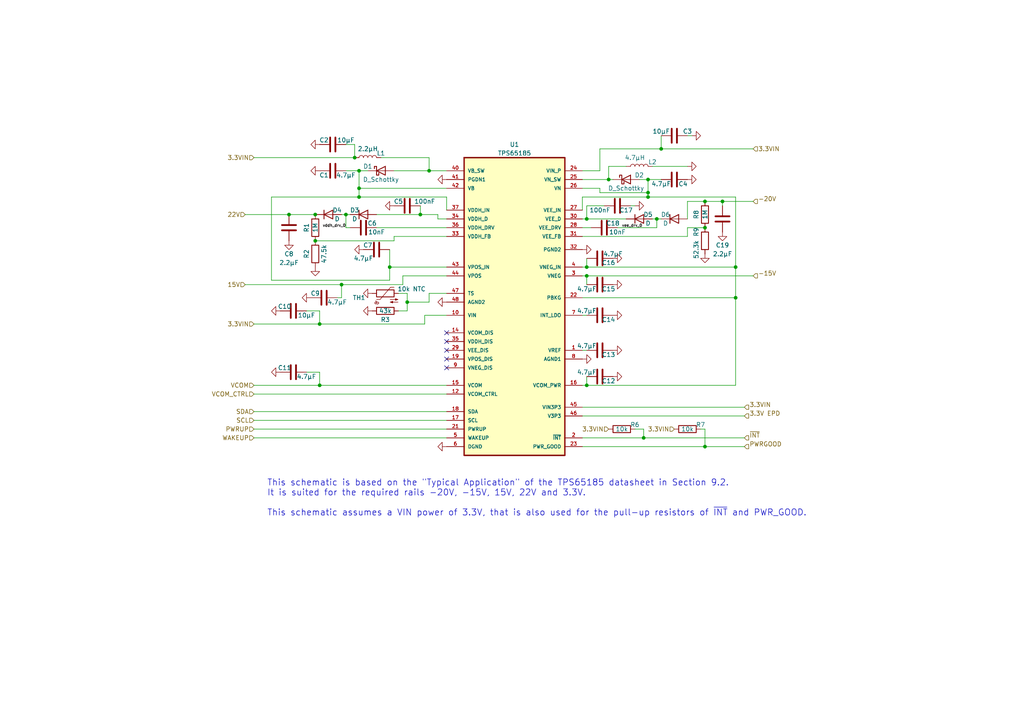
<source format=kicad_sch>
(kicad_sch (version 20230121) (generator eeschema)
  (paper "A4")
  (title_block (rev "0.1"))
  (lib_symbols
    (symbol "Device:C" (pin_numbers hide) (pin_names (offset 0.254))
      (property "Reference" "C" (at 0.635 2.54 0))
      (property "Value" "C" (at 0.635 -2.54 0))
      (symbol "C_0_1"
        (polyline (pts (xy -2.032 -0.762) (xy 2.032 -0.762)) (stroke (width 0.508)))
        (polyline (pts (xy -2.032 0.762) (xy 2.032 0.762)) (stroke (width 0.508)))
      )
      (symbol "C_1_1"
        (pin passive line (at 0 3.81 270) (length 2.794) (name "~") (number "1"))
        (pin passive line (at 0 -3.81 90) (length 2.794) (name "~") (number "2"))
      )
    )
    (symbol "Device:D" (pin_numbers hide) (pin_names (offset 1.016) hide)
      (property "Reference" "D" (at 0 2.54 0))
      (property "Value" "D" (at 0 -2.54 0))
      (symbol "D_0_1"
        (polyline (pts (xy -1.27 1.27) (xy -1.27 -1.27)) (stroke (width 0.254)))
        (polyline (pts (xy 1.27 0) (xy -1.27 0)))
        (polyline (pts (xy 1.27 1.27) (xy 1.27 -1.27) (xy -1.27 0) (xy 1.27 1.27)) (stroke (width 0.254)))
      )
      (symbol "D_1_1"
        (pin passive line (at -3.81 0 0) (length 2.54) (name "K") (number "1"))
        (pin passive line (at 3.81 0 180) (length 2.54) (name "A") (number "2"))
      )
    )
    (symbol "Device:D_Schottky" (pin_numbers hide) (pin_names (offset 1.016) hide)
      (property "Reference" "D" (at 0 2.54 0))
      (property "Value" "D_Schottky" (at 0 -2.54 0))
      (symbol "D_Schottky_0_1"
        (polyline (pts (xy 1.27 0) (xy -1.27 0)))
        (polyline (pts (xy 1.27 1.27) (xy 1.27 -1.27) (xy -1.27 0) (xy 1.27 1.27)) (stroke (width 0.254)))
        (polyline (pts (xy -1.905 0.635) (xy -1.905 1.27) (xy -1.27 1.27) (xy -1.27 -1.27) (xy -0.635 -1.27) (xy -0.635 -0.635)) (stroke (width 0.254)))
      )
      (symbol "D_Schottky_1_1"
        (pin passive line (at -3.81 0 0) (length 2.54) (name "K") (number "1"))
        (pin passive line (at 3.81 0 180) (length 2.54) (name "A") (number "2"))
      )
    )
    (symbol "Device:L" (pin_numbers hide) (pin_names (offset 1.016) hide)
      (property "Reference" "L" (at -1.27 0 90))
      (property "Value" "L" (at 1.905 0 90))
      (symbol "L_0_1"
        (arc (start 0 -2.54) (mid 0.6323 -1.905) (end 0 -1.27))
        (arc (start 0 -1.27) (mid 0.6323 -0.635) (end 0 0))
        (arc (start 0 0) (mid 0.6323 0.635) (end 0 1.27))
        (arc (start 0 1.27) (mid 0.6323 1.905) (end 0 2.54))
      )
      (symbol "L_1_1"
        (pin passive line (at 0 3.81 270) (length 1.27) (name "1") (number "1"))
        (pin passive line (at 0 -3.81 90) (length 1.27) (name "2") (number "2"))
      )
    )
    (symbol "Device:R" (pin_numbers hide) (pin_names (offset 0))
      (property "Reference" "R" (at 2.032 0 90))
      (property "Value" "R" (at 0 0 90))
      (symbol "R_0_1"
        (rectangle (start -1.016 -2.54) (end 1.016 2.54) (stroke (width 0.254)))
      )
      (symbol "R_1_1"
        (pin passive line (at 0 3.81 270) (length 1.27) (name "~") (number "1"))
        (pin passive line (at 0 -3.81 90) (length 1.27) (name "~") (number "2"))
      )
    )
    (symbol "Device:Thermistor_NTC" (pin_numbers hide) (pin_names (offset 0))
      (property "Reference" "TH" (at -4.445 0 90))
      (property "Value" "Thermistor_NTC" (at 3.175 0 90))
      (symbol "Thermistor_NTC_0_1"
        (arc (start -3.048 2.159) (mid -3.0495 2.3143) (end -3.175 2.413))
        (arc (start -3.048 2.159) (mid -2.9736 1.9794) (end -2.794 1.905))
        (arc (start -3.048 2.794) (mid -2.9736 2.6144) (end -2.794 2.54))
        (arc (start -2.794 1.905) (mid -2.6144 1.9794) (end -2.54 2.159))
        (arc (start -2.794 2.54) (mid -2.4393 2.5587) (end -2.159 2.794))
        (arc (start -2.794 3.048) (mid -2.9736 2.9736) (end -3.048 2.794))
        (arc (start -2.54 2.794) (mid -2.6144 2.9736) (end -2.794 3.048))
        (rectangle (start -1.016 2.54) (end 1.016 -2.54) (stroke (width 0.254)))
        (polyline (pts (xy -2.54 2.159) (xy -2.54 2.794)))
        (polyline (pts (xy -1.778 2.54) (xy -1.778 1.524) (xy 1.778 -1.524) (xy 1.778 -2.54)))
        (polyline (pts (xy -2.54 -3.683) (xy -2.54 -1.397) (xy -2.794 -2.159) (xy -2.286 -2.159) (xy -2.54 -1.397) (xy -2.54 -1.651)) (fill (type outline)))
        (polyline (pts (xy -1.778 -1.397) (xy -1.778 -3.683) (xy -2.032 -2.921) (xy -1.524 -2.921) (xy -1.778 -3.683) (xy -1.778 -3.429)) (fill (type outline)))
      )
      (symbol "Thermistor_NTC_1_1"
        (pin passive line (at 0 3.81 270) (length 1.27) (name "~") (number "1"))
        (pin passive line (at 0 -3.81 90) (length 1.27) (name "~") (number "2"))
      )
    )
    (symbol "TPS65185:TPS65185RGZR" (pin_names (offset 1.016))
      (property "Reference" "U" (at -12.7 44.18 0))
      (property "Value" "TPS65185RGZR" (at -12.7 -47.18 0))
      (symbol "TPS65185RGZR_0_0"
        (rectangle (start -12.7 43.18) (end 16.51 -43.18) (stroke (width 0.41)) (fill (type background)))
        (pin output line (at 21.59 -12.7 180) (length 5.08) (name "VREF") (number "1"))
        (pin input line (at -17.78 -2.54 0) (length 5.08) (name "VIN") (number "10"))
        (pin input line (at -17.78 -25.4 0) (length 5.08) (name "VCOM_CTRL") (number "12"))
        (pin input line (at -17.78 -7.62 0) (length 5.08) (name "VCOM_DIS") (number "14"))
        (pin output line (at -17.78 -22.86 0) (length 5.08) (name "VCOM") (number "15"))
        (pin input line (at 21.59 -22.86 180) (length 5.08) (name "VCOM_PWR") (number "16"))
        (pin input line (at -17.78 -33.02 0) (length 5.08) (name "SCL") (number "17"))
        (pin bidirectional line (at -17.78 -30.48 0) (length 5.08) (name "SDA") (number "18"))
        (pin input line (at -17.78 -15.24 0) (length 5.08) (name "VPOS_DIS") (number "19"))
        (pin output line (at 21.59 -38.1 180) (length 5.08) (name "~{INT}") (number "2"))
        (pin input line (at -17.78 -35.56 0) (length 5.08) (name "PWRUP") (number "21"))
        (pin bidirectional line (at 21.59 2.54 180) (length 5.08) (name "PBKG") (number "22"))
        (pin output line (at 21.59 -40.64 180) (length 5.08) (name "PWR_GOOD") (number "23"))
        (pin input line (at 21.59 39.37 180) (length 5.08) (name "VIN_P") (number "24"))
        (pin output line (at 21.59 36.83 180) (length 5.08) (name "VN_SW") (number "25"))
        (pin input line (at 21.59 34.29 180) (length 5.08) (name "VN") (number "26"))
        (pin input line (at 21.59 27.94 180) (length 5.08) (name "VEE_IN") (number "27"))
        (pin output line (at 21.59 22.86 180) (length 5.08) (name "VEE_DRV") (number "28"))
        (pin input line (at -17.78 -12.7 0) (length 5.08) (name "VEE_DIS") (number "29"))
        (pin output line (at 21.59 8.89 180) (length 5.08) (name "VNEG") (number "3"))
        (pin output line (at 21.59 25.4 180) (length 5.08) (name "VEE_D") (number "30"))
        (pin input line (at 21.59 20.32 180) (length 5.08) (name "VEE_FB") (number "31"))
        (pin power_in line (at 21.59 16.51 180) (length 5.08) (name "PGND2") (number "32"))
        (pin input line (at -17.78 20.32 0) (length 5.08) (name "VDDH_FB") (number "33"))
        (pin output line (at -17.78 25.4 0) (length 5.08) (name "VDDH_D") (number "34"))
        (pin input line (at -17.78 -10.16 0) (length 5.08) (name "VDDH_DIS") (number "35"))
        (pin output line (at -17.78 22.86 0) (length 5.08) (name "VDDH_DRV") (number "36"))
        (pin input line (at -17.78 27.94 0) (length 5.08) (name "VDDH_IN") (number "37"))
        (pin input line (at 21.59 11.43 180) (length 5.08) (name "VNEG_IN") (number "4"))
        (pin output line (at -17.78 39.37 0) (length 5.08) (name "VB_SW") (number "40"))
        (pin power_in line (at -17.78 36.83 0) (length 5.08) (name "PGDN1") (number "41"))
        (pin input line (at -17.78 34.29 0) (length 5.08) (name "VB") (number "42"))
        (pin input line (at -17.78 11.43 0) (length 5.08) (name "VPOS_IN") (number "43"))
        (pin output line (at -17.78 8.89 0) (length 5.08) (name "VPOS") (number "44"))
        (pin input line (at 21.59 -29.21 180) (length 5.08) (name "VIN3P3") (number "45"))
        (pin output line (at 21.59 -31.75 180) (length 5.08) (name "V3P3") (number "46"))
        (pin input line (at -17.78 3.81 0) (length 5.08) (name "TS") (number "47"))
        (pin power_in line (at -17.78 1.27 0) (length 5.08) (name "AGND2") (number "48"))
        (pin input line (at -17.78 -38.1 0) (length 5.08) (name "WAKEUP") (number "5"))
        (pin power_in line (at -17.78 -40.64 0) (length 5.08) (name "DGND") (number "6"))
        (pin output line (at 21.59 -2.54 180) (length 5.08) (name "INT_LDO") (number "7"))
        (pin power_in line (at 21.59 -15.24 180) (length 5.08) (name "AGND1") (number "8"))
        (pin output line (at -17.78 -17.78 0) (length 5.08) (name "VNEG_DIS") (number "9"))
      )
    )
    (symbol "power:GND" (power) (pin_names (offset 0))
      (property "Value" "GND" (at 0 -3.81 0))
      (symbol "GND_0_1"
        (polyline (pts (xy 0 0) (xy 0 -1.27) (xy 1.27 -1.27) (xy 0 -2.54) (xy -1.27 -1.27) (xy 0 -1.27)))
      )
      (symbol "GND_1_1"
        (pin power_in line (at 0 0 270) (length 0) hide (name "GND") (number "1"))
      )
    )
  )
  (junction (at 204.47 66.04))
  (junction (at 91.44 62.23))
  (junction (at 170.18 80.01))
  (junction (at 213.36 77.47))
  (junction (at 102.87 45.72))
  (junction (at 204.47 58.42))
  (junction (at 187.96 55.88))
  (junction (at 209.55 58.42))
  (junction (at 113.03 77.47))
  (junction (at 104.14 54.61))
  (junction (at 83.82 62.23))
  (junction (at 170.18 77.47))
  (junction (at 204.47 129.54))
  (junction (at 187.96 52.07))
  (junction (at 191.77 43.18))
  (junction (at 104.14 57.15))
  (junction (at 190.5 63.5))
  (junction (at 100.33 62.23))
  (junction (at 91.44 69.85))
  (junction (at 170.18 111.76))
  (junction (at 121.92 62.23))
  (junction (at 187.96 57.15))
  (junction (at 118.11 87.63))
  (junction (at 92.71 93.98))
  (junction (at 104.14 49.53))
  (junction (at 170.18 63.5))
  (junction (at 99.06 82.55))
  (junction (at 92.71 111.76))
  (junction (at 124.46 49.53))
  (junction (at 186.69 127))
  (junction (at 176.53 52.07))
  (junction (at 213.36 86.36))
  (no_connect (at 129.54 106.68))
  (no_connect (at 129.54 101.6))
  (no_connect (at 129.54 104.14))
  (no_connect (at 129.54 96.52))
  (no_connect (at 129.54 99.06))
  (wire (pts (xy 129.54 80.01) (xy 116.84 80.01)))
  (wire (pts (xy 209.55 58.42) (xy 218.44 58.42)))
  (wire (pts (xy 170.18 63.5) (xy 170.18 59.69)))
  (wire (pts (xy 73.66 124.46) (xy 129.54 124.46)))
  (wire (pts (xy 170.18 59.69) (xy 175.26 59.69)))
  (wire (pts (xy 114.3 69.85) (xy 114.3 68.58)))
  (wire (pts (xy 176.53 48.26) (xy 176.53 52.07)))
  (wire (pts (xy 182.88 59.69) (xy 184.15 59.69)))
  (wire (pts (xy 209.55 58.42) (xy 204.47 58.42)))
  (wire (pts (xy 168.91 66.04) (xy 171.45 66.04)))
  (wire (pts (xy 168.91 101.6) (xy 170.18 101.6)))
  (wire (pts (xy 191.77 43.18) (xy 218.44 43.18)))
  (wire (pts (xy 104.14 57.15) (xy 129.54 57.15)))
  (wire (pts (xy 104.14 49.53) (xy 104.14 54.61)))
  (wire (pts (xy 73.66 93.98) (xy 92.71 93.98)))
  (wire (pts (xy 129.54 63.5) (xy 127 63.5)))
  (wire (pts (xy 109.22 66.04) (xy 129.54 66.04)))
  (wire (pts (xy 73.66 119.38) (xy 129.54 119.38)))
  (wire (pts (xy 168.91 68.58) (xy 199.39 68.58)))
  (wire (pts (xy 99.06 86.36) (xy 97.79 86.36)))
  (wire (pts (xy 115.57 90.17) (xy 118.11 90.17)))
  (wire (pts (xy 71.12 62.23) (xy 83.82 62.23)))
  (wire (pts (xy 187.96 52.07) (xy 187.96 55.88)))
  (wire (pts (xy 168.91 129.54) (xy 204.47 129.54)))
  (wire (pts (xy 168.91 86.36) (xy 213.36 86.36)))
  (wire (pts (xy 114.3 49.53) (xy 124.46 49.53)))
  (wire (pts (xy 127 63.5) (xy 127 62.23)))
  (wire (pts (xy 168.91 118.11) (xy 215.9 118.11)))
  (wire (pts (xy 190.5 63.5) (xy 191.77 63.5)))
  (wire (pts (xy 73.66 127) (xy 129.54 127)))
  (wire (pts (xy 78.74 81.28) (xy 113.03 81.28)))
  (wire (pts (xy 168.91 120.65) (xy 215.9 120.65)))
  (wire (pts (xy 170.18 63.5) (xy 181.61 63.5)))
  (wire (pts (xy 92.71 93.98) (xy 123.19 93.98)))
  (wire (pts (xy 116.84 80.01) (xy 116.84 82.55)))
  (wire (pts (xy 114.3 68.58) (xy 129.54 68.58)))
  (wire (pts (xy 113.03 72.39) (xy 113.03 77.47)))
  (wire (pts (xy 176.53 52.07) (xy 177.8 52.07)))
  (wire (pts (xy 88.9 107.95) (xy 92.71 107.95)))
  (wire (pts (xy 184.15 124.46) (xy 186.69 124.46)))
  (wire (pts (xy 190.5 63.5) (xy 189.23 63.5)))
  (wire (pts (xy 187.96 57.15) (xy 213.36 57.15)))
  (wire (pts (xy 99.06 82.55) (xy 116.84 82.55)))
  (wire (pts (xy 204.47 124.46) (xy 204.47 129.54)))
  (wire (pts (xy 104.14 57.15) (xy 78.74 57.15)))
  (wire (pts (xy 187.96 55.88) (xy 187.96 57.15)))
  (wire (pts (xy 181.61 48.26) (xy 176.53 48.26)))
  (wire (pts (xy 78.74 57.15) (xy 78.74 81.28)))
  (wire (pts (xy 113.03 77.47) (xy 113.03 81.28)))
  (wire (pts (xy 102.87 45.72) (xy 102.87 41.91)))
  (wire (pts (xy 129.54 85.09) (xy 124.46 85.09)))
  (wire (pts (xy 71.12 82.55) (xy 99.06 82.55)))
  (wire (pts (xy 168.91 77.47) (xy 170.18 77.47)))
  (wire (pts (xy 73.66 121.92) (xy 129.54 121.92)))
  (wire (pts (xy 73.66 114.3) (xy 129.54 114.3)))
  (wire (pts (xy 173.99 43.18) (xy 173.99 49.53)))
  (wire (pts (xy 100.33 62.23) (xy 100.33 66.04)))
  (wire (pts (xy 191.77 39.37) (xy 191.77 43.18)))
  (wire (pts (xy 168.91 52.07) (xy 176.53 52.07)))
  (wire (pts (xy 179.07 66.04) (xy 190.5 66.04)))
  (wire (pts (xy 88.9 90.17) (xy 92.71 90.17)))
  (wire (pts (xy 104.14 49.53) (xy 106.68 49.53)))
  (wire (pts (xy 173.99 55.88) (xy 173.99 54.61)))
  (wire (pts (xy 199.39 39.37) (xy 200.66 39.37)))
  (wire (pts (xy 92.71 107.95) (xy 92.71 111.76)))
  (wire (pts (xy 118.11 85.09) (xy 115.57 85.09)))
  (wire (pts (xy 173.99 49.53) (xy 168.91 49.53)))
  (wire (pts (xy 173.99 43.18) (xy 191.77 43.18)))
  (wire (pts (xy 118.11 90.17) (xy 118.11 87.63)))
  (wire (pts (xy 118.11 87.63) (xy 118.11 85.09)))
  (wire (pts (xy 102.87 41.91) (xy 100.33 41.91)))
  (wire (pts (xy 213.36 86.36) (xy 213.36 111.76)))
  (wire (pts (xy 186.69 124.46) (xy 186.69 127)))
  (wire (pts (xy 204.47 129.54) (xy 215.9 129.54)))
  (wire (pts (xy 170.18 80.01) (xy 168.91 80.01)))
  (wire (pts (xy 168.91 63.5) (xy 170.18 63.5)))
  (wire (pts (xy 199.39 66.04) (xy 204.47 66.04)))
  (wire (pts (xy 209.55 59.69) (xy 209.55 58.42)))
  (wire (pts (xy 91.44 69.85) (xy 114.3 69.85)))
  (wire (pts (xy 170.18 91.44) (xy 168.91 91.44)))
  (wire (pts (xy 191.77 52.07) (xy 187.96 52.07)))
  (wire (pts (xy 170.18 80.01) (xy 218.44 80.01)))
  (wire (pts (xy 104.14 54.61) (xy 129.54 54.61)))
  (wire (pts (xy 199.39 63.5) (xy 199.39 58.42)))
  (wire (pts (xy 170.18 111.76) (xy 168.91 111.76)))
  (wire (pts (xy 213.36 57.15) (xy 213.36 77.47)))
  (wire (pts (xy 203.2 124.46) (xy 204.47 124.46)))
  (wire (pts (xy 199.39 58.42) (xy 204.47 58.42)))
  (wire (pts (xy 168.91 127) (xy 186.69 127)))
  (wire (pts (xy 104.14 54.61) (xy 104.14 57.15)))
  (wire (pts (xy 99.06 62.23) (xy 100.33 62.23)))
  (wire (pts (xy 73.66 45.72) (xy 102.87 45.72)))
  (wire (pts (xy 129.54 91.44) (xy 123.19 91.44)))
  (wire (pts (xy 101.6 66.04) (xy 100.33 66.04)))
  (wire (pts (xy 124.46 45.72) (xy 124.46 49.53)))
  (wire (pts (xy 168.91 57.15) (xy 168.91 60.96)))
  (wire (pts (xy 189.23 48.26) (xy 199.39 48.26)))
  (wire (pts (xy 168.91 54.61) (xy 173.99 54.61)))
  (wire (pts (xy 170.18 82.55) (xy 170.18 80.01)))
  (wire (pts (xy 92.71 111.76) (xy 129.54 111.76)))
  (wire (pts (xy 118.11 87.63) (xy 124.46 87.63)))
  (wire (pts (xy 110.49 45.72) (xy 124.46 45.72)))
  (wire (pts (xy 187.96 52.07) (xy 185.42 52.07)))
  (wire (pts (xy 109.22 62.23) (xy 121.92 62.23)))
  (wire (pts (xy 124.46 49.53) (xy 129.54 49.53)))
  (wire (pts (xy 129.54 77.47) (xy 113.03 77.47)))
  (wire (pts (xy 170.18 77.47) (xy 213.36 77.47)))
  (wire (pts (xy 124.46 85.09) (xy 124.46 87.63)))
  (wire (pts (xy 170.18 74.93) (xy 170.18 77.47)))
  (wire (pts (xy 73.66 111.76) (xy 92.71 111.76)))
  (wire (pts (xy 121.92 62.23) (xy 127 62.23)))
  (wire (pts (xy 173.99 55.88) (xy 187.96 55.88)))
  (wire (pts (xy 123.19 91.44) (xy 123.19 93.98)))
  (wire (pts (xy 121.92 59.69) (xy 121.92 62.23)))
  (wire (pts (xy 92.71 90.17) (xy 92.71 93.98)))
  (wire (pts (xy 190.5 66.04) (xy 190.5 63.5)))
  (wire (pts (xy 99.06 82.55) (xy 99.06 86.36)))
  (wire (pts (xy 100.33 49.53) (xy 104.14 49.53)))
  (wire (pts (xy 129.54 57.15) (xy 129.54 60.96)))
  (wire (pts (xy 83.82 62.23) (xy 91.44 62.23)))
  (wire (pts (xy 170.18 109.22) (xy 170.18 111.76)))
  (wire (pts (xy 199.39 68.58) (xy 199.39 66.04)))
  (wire (pts (xy 213.36 111.76) (xy 170.18 111.76)))
  (wire (pts (xy 168.91 57.15) (xy 187.96 57.15)))
  (wire (pts (xy 213.36 77.47) (xy 213.36 86.36)))
  (wire (pts (xy 100.33 62.23) (xy 101.6 62.23)))
  (wire (pts (xy 186.69 127) (xy 215.9 127)))
  (text "This schematic is based on the \"Typical Application\" of the TPS65185 datasheet in Section 9.2.\nIt is suited for the required rails -20V, -15V, 15V, 22V and 3.3V.\n\nThis schematic assumes a VIN power of 3.3V, that is also used for the pull-up resistors of ~{INT} and PWR_GOOD." (at 77.47 149.86 0) (effects (font (size 1.8 1.8)) (justify left bottom)))
  (label "vddh_drv_0" (at 100.33 66.04 180) (effects (font (size 0.8 0.8))))
  (label "vee_drv_0" (at 180.34 66.04 0) (effects (font (size 0.8 0.8))))
  (hierarchical_label "-20V" (shape input) (at 218.44 58.42 0))
  (hierarchical_label "3.3VIN" (shape input) (at 73.66 45.72 180))
  (hierarchical_label "VCOM_CTRL" (shape input) (at 73.66 114.3 180))
  (hierarchical_label "PWRUP" (shape input) (at 73.66 124.46 180))
  (hierarchical_label "~{INT}" (shape input) (at 215.9 127 0))
  (hierarchical_label "3.3VIN" (shape input) (at 195.58 124.46 180) (property "Intersheetrefs" "${INTERSHEET_REFS}" (effects hide)))
  (hierarchical_label "VCOM" (shape input) (at 73.66 111.76 180))
  (hierarchical_label "3.3VIN" (shape input) (at 218.44 43.18 0))
  (hierarchical_label "3.3VIN" (shape input) (at 215.9 118.11 0))
  (hierarchical_label "3.3VIN" (shape input) (at 176.53 124.46 180) (property "Intersheetrefs" "${INTERSHEET_REFS}" (effects hide)))
  (hierarchical_label "SCL" (shape input) (at 73.66 121.92 180))
  (hierarchical_label "15V" (shape input) (at 71.12 82.55 180))
  (hierarchical_label "-15V" (shape input) (at 218.44 80.01 0))
  (hierarchical_label "PWRGOOD" (shape input) (at 215.9 129.54 0))
  (hierarchical_label "SDA" (shape input) (at 73.66 119.38 180))
  (hierarchical_label "22V" (shape input) (at 71.12 62.23 180))
  (hierarchical_label "WAKEUP" (shape input) (at 73.66 127 180))
  (hierarchical_label "3.3V EPD" (shape input) (at 215.9 120.65 0))
  (hierarchical_label "3.3VIN" (shape input) (at 73.66 93.98 180))
  (symbol (lib_id "power:GND") (at 81.28 90.17 270) (unit 1)
    (property "Reference" "#PWR018" (effects hide))
    (property "Value" "GND" (effects hide))
    (instances (project "ED060SC4_SPI_driver_board" (path "" (reference "#PWR018") (unit 1)) (path "" (reference "#PWR01") (unit 1))))
  )
  (symbol (lib_id "power:GND") (at 81.28 107.95 270) (unit 1)
    (property "Reference" "#PWR019" (effects hide))
    (property "Value" "GND" (effects hide))
    (instances (project "ED060SC4_SPI_driver_board" (path "" (reference "#PWR019") (unit 1)) (path "" (reference "#PWR02") (unit 1))))
  )
  (symbol (lib_id "Device:D") (at 185.42 63.5 0) (unit 1)
    (property "Reference" "D5" (at 187.96 62.23 0))
    (property "Value" "D" (at 187.96 64.77 0))
    (property "Sim.Device" "D" (effects hide))
    (property "Sim.Pins" "1=K 2=A" (effects hide))
  )
  (symbol (lib_id "Device:D") (at 105.41 62.23 0) (unit 1)
    (property "Reference" "D3" (at 102.87 60.96 0))
    (property "Value" "D" (at 102.87 63.5 0))
    (property "Sim.Device" "D" (effects hide))
    (property "Sim.Pins" "1=K 2=A" (effects hide))
    (instances (project "ED060SC4_SPI_driver_board" (path "" (reference "D3") (unit 1)) (path "" (reference "D2") (unit 1))))
  )
  (symbol (lib_id "power:GND") (at 209.55 67.31 0) (mirror y) (unit 1)
    (property "Reference" "#PWR025" (effects hide))
    (property "Value" "GND" (effects hide))
    (instances (project "ED060SC4_SPI_driver_board" (path "" (reference "#PWR025") (unit 1)) (path "" (reference "#PWR060") (unit 1))))
  )
  (symbol (lib_id "power:GND") (at 200.66 39.37 90) (mirror x) (unit 1)
    (property "Reference" "#PWR08" (effects hide))
    (property "Value" "GND" (effects hide))
    (instances (project "ED060SC4_SPI_driver_board" (path "" (reference "#PWR08") (unit 1)) (path "" (reference "#PWR059") (unit 1))))
  )
  (symbol (lib_id "Device:C") (at 173.99 91.44 90) (unit 1)
    (property "Reference" "C14" (at 176.53 92.71 90))
    (property "Value" "4.7µF" (at 170.18 90.17 90))
    (instances (project "ED060SC4_SPI_driver_board" (path "" (reference "C14") (unit 1)) (path "" (reference "C12") (unit 1))))
  )
  (symbol (lib_id "Device:C") (at 96.52 41.91 90) (unit 1)
    (property "Reference" "C2" (at 93.98 40.64 90))
    (property "Value" "10µF" (at 100.33 40.64 90))
    (instances (project "ED060SC4_SPI_driver_board" (path "" (reference "C2") (unit 1)) (path "" (reference "C5") (unit 1))))
  )
  (symbol (lib_id "power:GND") (at 177.8 109.22 90) (unit 1)
    (property "Reference" "#PWR020" (effects hide))
    (property "Value" "GND" (effects hide))
    (instances (project "ED060SC4_SPI_driver_board" (path "" (reference "#PWR020") (unit 1)) (path "" (reference "#PWR021") (unit 1))))
  )
  (symbol (lib_id "Device:D_Schottky") (at 181.61 52.07 0) (unit 1)
    (property "Reference" "D2" (at 185.42 50.8 0))
    (property "Value" "D_Schottky" (at 181.61 54.61 0))
    (instances (project "ED060SC4_SPI_driver_board" (path "" (reference "D2") (unit 1)) (path "" (reference "D4") (unit 1))))
  )
  (symbol (lib_id "Device:D") (at 195.58 63.5 0) (unit 1)
    (property "Reference" "D6" (at 193.04 62.23 0))
    (property "Value" "D" (at 193.04 64.77 0))
    (property "Sim.Device" "D" (effects hide))
    (property "Sim.Pins" "1=K 2=A" (effects hide))
  )
  (symbol (lib_id "Device:R") (at 91.44 73.66 180) (unit 1)
    (property "Reference" "R2" (at 88.9 73.66 90))
    (property "Value" "47.5k" (at 93.98 73.66 90))
  )
  (symbol (lib_id "power:GND") (at 199.39 52.07 90) (mirror x) (unit 1)
    (property "Reference" "#PWR09" (effects hide))
    (property "Value" "GND" (effects hide))
    (instances (project "ED060SC4_SPI_driver_board" (path "" (reference "#PWR09") (unit 1)) (path "" (reference "#PWR024") (unit 1))))
  )
  (symbol (lib_id "Device:D") (at 95.25 62.23 0) (unit 1)
    (property "Reference" "D4" (at 97.79 60.96 0))
    (property "Value" "D" (at 97.79 63.5 0))
    (property "Sim.Device" "D" (effects hide))
    (property "Sim.Pins" "1=K 2=A" (effects hide))
    (instances (project "ED060SC4_SPI_driver_board" (path "" (reference "D4") (unit 1)) (path "" (reference "D1") (unit 1))))
  )
  (symbol (lib_id "Device:L") (at 185.42 48.26 270) (mirror x) (unit 1)
    (property "Reference" "L2" (at 189.23 46.99 90))
    (property "Value" "4.7µH" (at 184.15 45.72 90))
  )
  (symbol (lib_id "power:GND") (at 129.54 52.07 270) (unit 1)
    (property "Reference" "#PWR03" (effects hide))
    (property "Value" "GND" (effects hide))
    (instances (project "ED060SC4_SPI_driver_board" (path "" (reference "#PWR03") (unit 1)) (path "" (reference "#PWR012") (unit 1))))
  )
  (symbol (lib_id "Device:C") (at 195.58 39.37 270) (unit 1)
    (property "Reference" "C3" (at 199.39 38.1 90))
    (property "Value" "10µF" (at 191.77 38.1 90))
    (instances (project "ED060SC4_SPI_driver_board" (path "" (reference "C3") (unit 1)) (path "" (reference "C17") (unit 1))))
  )
  (symbol (lib_id "Device:Thermistor_NTC") (at 111.76 85.09 90) (unit 1)
    (property "Reference" "TH1" (at 104.14 86.36 90))
    (property "Value" "10k NTC" (at 119.38 83.82 90))
  )
  (symbol (lib_id "power:GND") (at 168.91 72.39 90) (unit 1)
    (property "Reference" "#PWR04" (effects hide))
    (property "Value" "GND" (effects hide))
    (instances (project "ED060SC4_SPI_driver_board" (path "" (reference "#PWR04") (unit 1)) (path "" (reference "#PWR015") (unit 1))))
  )
  (symbol (lib_id "Device:C") (at 96.52 49.53 90) (unit 1)
    (property "Reference" "C1" (at 93.98 50.8 90))
    (property "Value" "4.7µF" (at 100.33 50.8 90))
    (instances (project "ED060SC4_SPI_driver_board" (path "" (reference "C1") (unit 1)) (path "" (reference "C6") (unit 1))))
  )
  (symbol (lib_id "Device:C") (at 195.58 52.07 270) (mirror x) (unit 1)
    (property "Reference" "C4" (at 198.12 53.34 90))
    (property "Value" "4.7µF" (at 191.77 53.34 90))
    (instances (project "ED060SC4_SPI_driver_board" (path "" (reference "C4") (unit 1)) (path "" (reference "C18") (unit 1))))
  )
  (symbol (lib_id "power:GND") (at 114.3 59.69 270) (unit 1)
    (property "Reference" "#PWR011" (effects hide))
    (property "Value" "GND" (effects hide))
  )
  (symbol (lib_id "Device:D_Schottky") (at 110.49 49.53 0) (unit 1)
    (property "Reference" "D1" (at 106.68 48.26 0))
    (property "Value" "D_Schottky" (at 110.49 52.07 0))
    (instances (project "ED060SC4_SPI_driver_board" (path "" (reference "D1") (unit 1)) (path "" (reference "D3") (unit 1))))
  )
  (symbol (lib_id "Device:C") (at 173.99 101.6 90) (unit 1)
    (property "Reference" "C13" (at 176.53 102.87 90))
    (property "Value" "4.7µF" (at 170.18 100.33 90))
  )
  (symbol (lib_id "Device:R") (at 91.44 66.04 180) (unit 1)
    (property "Reference" "R1" (at 88.9 66.04 90))
    (property "Value" "1M" (at 91.44 66.04 90))
  )
  (symbol (lib_id "Device:C") (at 93.98 86.36 270) (unit 1)
    (property "Reference" "C9" (at 91.44 85.09 90))
    (property "Value" "4.7µF" (at 97.79 87.63 90))
    (instances (project "ED060SC4_SPI_driver_board" (path "" (reference "C9") (unit 1)) (path "" (reference "C4") (unit 1))))
  )
  (symbol (lib_id "Device:C") (at 109.22 72.39 90) (unit 1)
    (property "Reference" "C7" (at 106.68 71.12 90))
    (property "Value" "4.7µF" (at 105.41 74.93 90))
    (instances (project "ED060SC4_SPI_driver_board" (path "" (reference "C7") (unit 1)) (path "" (reference "C8") (unit 1))))
  )
  (symbol (lib_id "power:GND") (at 177.8 82.55 90) (unit 1)
    (property "Reference" "#PWR023" (effects hide))
    (property "Value" "GND" (effects hide))
    (instances (project "ED060SC4_SPI_driver_board" (path "" (reference "#PWR023") (unit 1)) (path "" (reference "#PWR018") (unit 1))))
  )
  (symbol (lib_id "Device:C") (at 173.99 82.55 90) (unit 1)
    (property "Reference" "C15" (at 176.53 83.82 90))
    (property "Value" "4.7µF" (at 170.18 83.82 90))
    (instances (project "ED060SC4_SPI_driver_board" (path "" (reference "C15") (unit 1)) (path "" (reference "C11") (unit 1))))
  )
  (symbol (lib_id "Device:R") (at 204.47 69.85 180) (unit 1)
    (property "Reference" "R9" (at 201.93 67.31 90))
    (property "Value" "52.3k" (at 201.93 72.39 90))
  )
  (symbol (lib_id "power:GND") (at 91.44 77.47 0) (unit 1)
    (property "Reference" "#PWR012" (effects hide))
    (property "Value" "GND" (effects hide))
    (instances (project "ED060SC4_SPI_driver_board" (path "" (reference "#PWR012") (unit 1)) (path "" (reference "#PWR05") (unit 1))))
  )
  (symbol (lib_id "Device:C") (at 85.09 107.95 270) (unit 1)
    (property "Reference" "C11" (at 82.55 106.68 90))
    (property "Value" "4.7µF" (at 88.9 109.22 90))
    (instances (project "ED060SC4_SPI_driver_board" (path "" (reference "C11") (unit 1)) (path "" (reference "C3") (unit 1))))
  )
  (symbol (lib_id "Device:R") (at 199.39 124.46 90) (unit 1)
    (property "Reference" "R7" (at 203.2 123.19 90))
    (property "Value" "10k" (at 199.39 124.46 90))
  )
  (symbol (lib_id "power:GND") (at 204.47 73.66 0) (mirror y) (unit 1)
    (property "Reference" "#PWR025" (effects hide))
    (property "Value" "GND" (effects hide))
  )
  (symbol (lib_id "Device:L") (at 106.68 45.72 90) (unit 1)
    (property "Reference" "L1" (at 110.49 44.45 90))
    (property "Value" "2.2µH" (at 106.68 43.18 90))
  )
  (symbol (lib_id "Device:R") (at 204.47 62.23 180) (unit 1)
    (property "Reference" "R8" (at 201.93 62.23 90))
    (property "Value" "1M" (at 204.47 62.23 90))
  )
  (symbol (lib_id "Device:R") (at 180.34 124.46 90) (unit 1)
    (property "Reference" "R6" (at 184.15 123.19 90))
    (property "Value" "10k" (at 180.34 124.46 90))
  )
  (symbol (lib_id "Device:C") (at 85.09 90.17 270) (unit 1)
    (property "Reference" "C10" (at 82.55 88.9 90))
    (property "Value" "10µF" (at 88.9 91.44 90))
    (instances (project "ED060SC4_SPI_driver_board" (path "" (reference "C10") (unit 1)) (path "" (reference "C2") (unit 1))))
  )
  (symbol (lib_id "Device:C") (at 173.99 74.93 90) (unit 1)
    (property "Reference" "C16" (at 176.53 76.2 90))
    (property "Value" "4.7µF" (at 177.8 73.66 90))
    (instances (project "ED060SC4_SPI_driver_board" (path "" (reference "C16") (unit 1)) (path "" (reference "C10") (unit 1))))
  )
  (symbol (lib_id "Device:C") (at 173.99 109.22 90) (unit 1)
    (property "Reference" "C12" (at 176.53 110.49 90))
    (property "Value" "4.7µF" (at 170.18 107.95 90))
    (instances (project "ED060SC4_SPI_driver_board" (path "" (reference "C12") (unit 1)) (path "" (reference "C14") (unit 1))))
  )
  (symbol (lib_id "Device:C") (at 118.11 59.69 90) (unit 1)
    (property "Reference" "C5" (at 115.57 58.42 90))
    (property "Value" "100nF" (at 123.19 58.42 90))
    (instances (project "ED060SC4_SPI_driver_board" (path "" (reference "C5") (unit 1)) (path "" (reference "C9") (unit 1))))
  )
  (symbol (lib_id "TPS65185:TPS65185RGZR") (at 147.32 88.9 0) (unit 1)
    (property "Reference" "U1" (at 149.225 41.91 0))
    (property "Value" "TPS65185" (at 149.225 44.45 0))
    (property "Footprint" "local_lib:QFN50P700X700X100-49N" (effects hide))
  )
  (symbol (lib_id "power:GND") (at 184.15 59.69 90) (mirror x) (unit 1)
    (property "Reference" "#PWR024" (effects hide))
    (property "Value" "GND" (effects hide))
    (instances (project "ED060SC4_SPI_driver_board" (path "" (reference "#PWR024") (unit 1)) (path "" (reference "#PWR022") (unit 1))))
  )
  (symbol (lib_id "Device:C") (at 105.41 66.04 90) (unit 1)
    (property "Reference" "C6" (at 107.95 64.77 90))
    (property "Value" "10nF" (at 109.22 67.31 90))
    (instances (project "ED060SC4_SPI_driver_board" (path "" (reference "C6") (unit 1)) (path "" (reference "C7") (unit 1))))
  )
  (symbol (lib_id "Device:C") (at 179.07 59.69 270) (unit 1)
    (property "Reference" "C17" (at 181.61 60.96 90))
    (property "Value" "100nF" (at 173.99 60.96 90))
    (instances (project "ED060SC4_SPI_driver_board" (path "" (reference "C17") (unit 1)) (path "" (reference "C16") (unit 1))))
  )
  (symbol (lib_id "power:GND") (at 83.82 69.85 0) (unit 1)
    (property "Reference" "#PWR013" (effects hide))
    (property "Value" "GND" (effects hide))
    (instances (project "ED060SC4_SPI_driver_board" (path "" (reference "#PWR013") (unit 1)) (path "" (reference "#PWR03") (unit 1))))
  )
  (symbol (lib_id "power:GND") (at 177.8 91.44 90) (unit 1)
    (property "Reference" "#PWR022" (effects hide))
    (property "Value" "GND" (effects hide))
    (instances (project "ED060SC4_SPI_driver_board" (path "" (reference "#PWR022") (unit 1)) (path "" (reference "#PWR019") (unit 1))))
  )
  (symbol (lib_id "Device:C") (at 83.82 66.04 180) (unit 1)
    (property "Reference" "C8" (at 83.82 73.66 0))
    (property "Value" "2.2µF" (at 83.82 76.2 0))
    (instances (project "ED060SC4_SPI_driver_board" (path "" (reference "C8") (unit 1)) (path "" (reference "C1") (unit 1))))
  )
  (symbol (lib_id "power:GND") (at 177.8 74.93 90) (unit 1)
    (property "Reference" "#PWR010" (effects hide))
    (property "Value" "GND" (effects hide))
    (instances (project "ED060SC4_SPI_driver_board" (path "" (reference "#PWR010") (unit 1)) (path "" (reference "#PWR017") (unit 1))))
  )
  (symbol (lib_id "power:GND") (at 107.95 85.09 270) (unit 1)
    (property "Reference" "#PWR016" (effects hide))
    (property "Value" "GND" (effects hide))
    (instances (project "ED060SC4_SPI_driver_board" (path "" (reference "#PWR016") (unit 1)) (path "" (reference "#PWR09") (unit 1))))
  )
  (symbol (lib_id "power:GND") (at 92.71 49.53 270) (unit 1)
    (property "Reference" "#PWR06" (effects hide))
    (property "Value" "GND" (effects hide))
    (instances (project "ED060SC4_SPI_driver_board" (path "" (reference "#PWR06") (unit 1)) (path "" (reference "#PWR07") (unit 1))))
  )
  (symbol (lib_id "Device:C") (at 209.55 63.5 180) (unit 1)
    (property "Reference" "C19" (at 209.55 71.12 0))
    (property "Value" "2.2µF" (at 209.55 73.66 0))
  )
  (symbol (lib_id "power:GND") (at 177.8 101.6 90) (unit 1)
    (property "Reference" "#PWR021" (effects hide))
    (property "Value" "GND" (effects hide))
    (instances (project "ED060SC4_SPI_driver_board" (path "" (reference "#PWR021") (unit 1)) (path "" (reference "#PWR020") (unit 1))))
  )
  (symbol (lib_id "power:GND") (at 107.95 90.17 270) (unit 1)
    (property "Reference" "#PWR017" (effects hide))
    (property "Value" "GND" (effects hide))
    (instances (project "ED060SC4_SPI_driver_board" (path "" (reference "#PWR017") (unit 1)) (path "" (reference "#PWR010") (unit 1))))
  )
  (symbol (lib_id "power:GND") (at 168.91 104.14 90) (unit 1)
    (property "Reference" "#PWR05" (effects hide))
    (property "Value" "GND" (effects hide))
    (instances (project "ED060SC4_SPI_driver_board" (path "" (reference "#PWR05") (unit 1)) (path "" (reference "#PWR016") (unit 1))))
  )
  (symbol (lib_id "power:GND") (at 199.39 48.26 90) (mirror x) (unit 1)
    (property "Reference" "#PWR08" (effects hide))
    (property "Value" "GND" (effects hide))
    (instances (project "ED060SC4_SPI_driver_board" (path "" (reference "#PWR08") (unit 1)) (path "" (reference "#PWR023") (unit 1))))
  )
  (symbol (lib_id "Device:C") (at 175.26 66.04 90) (unit 1)
    (property "Reference" "C18" (at 177.8 64.77 90))
    (property "Value" "10nF" (at 179.07 67.31 90))
    (instances (project "ED060SC4_SPI_driver_board" (path "" (reference "C18") (unit 1)) (path "" (reference "C15") (unit 1))))
  )
  (symbol (lib_id "power:GND") (at 129.54 87.63 270) (unit 1)
    (property "Reference" "#PWR02" (effects hide))
    (property "Value" "GND" (effects hide))
    (instances (project "ED060SC4_SPI_driver_board" (path "" (reference "#PWR02") (unit 1)) (path "" (reference "#PWR013") (unit 1))))
  )
  (symbol (lib_id "power:GND") (at 90.17 86.36 270) (unit 1)
    (property "Reference" "#PWR015" (effects hide))
    (property "Value" "GND" (effects hide))
    (instances (project "ED060SC4_SPI_driver_board" (path "" (reference "#PWR015") (unit 1)) (path "" (reference "#PWR04") (unit 1))))
  )
  (symbol (lib_id "Device:R") (at 111.76 90.17 90) (unit 1)
    (property "Reference" "R3" (at 111.76 92.71 90))
    (property "Value" "43k" (at 111.76 90.17 90))
    (instances (project "ED060SC4_SPI_driver_board" (path "" (reference "R3") (unit 1)) (path "" (reference "R4") (unit 1))))
  )
  (symbol (lib_id "power:GND") (at 129.54 129.54 270) (unit 1)
    (property "Reference" "#PWR01" (effects hide))
    (property "Value" "GND" (effects hide))
    (instances (project "ED060SC4_SPI_driver_board" (path "" (reference "#PWR01") (unit 1)) (path "" (reference "#PWR014") (unit 1))))
  )
  (symbol (lib_id "power:GND") (at 92.71 41.91 270) (unit 1)
    (property "Reference" "#PWR07" (effects hide))
    (property "Value" "GND" (effects hide))
    (instances (project "ED060SC4_SPI_driver_board" (path "" (reference "#PWR07") (unit 1)) (path "" (reference "#PWR06") (unit 1))))
  )
  (symbol (lib_id "power:GND") (at 105.41 72.39 270) (unit 1)
    (property "Reference" "#PWR014" (effects hide))
    (property "Value" "GND" (effects hide))
    (instances (project "ED060SC4_SPI_driver_board" (path "" (reference "#PWR014") (unit 1)) (path "" (reference "#PWR08") (unit 1))))
  )
)
</source>
